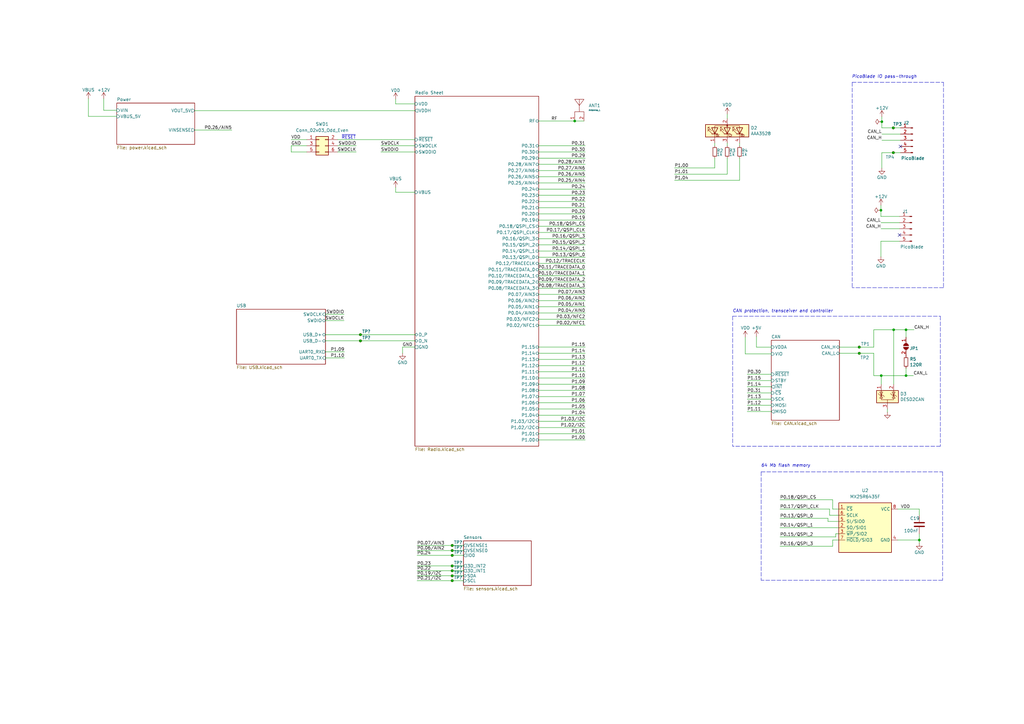
<source format=kicad_sch>
(kicad_sch (version 20211123) (generator eeschema)
  (paper "A3")
  (title_block (title "Spirit Logger") (date "2023-01-23") (rev "0") (company "Specialized Europe GmbH"))
  (lib_symbols
    (symbol "Connector:Conn_01x05_Male" (pin_names (offset 1.016) hide)
      (property "Reference" "J" (at 0 7.62 0))
      (property "Value" "Conn_01x05_Male" (at 0 -7.62 0))
      (symbol "Conn_01x05_Male_1_1"
        (polyline (pts (xy 1.27 -5.08) (xy 0.8636 -5.08)) (stroke (width 0.1524)))
        (polyline (pts (xy 1.27 -2.54) (xy 0.8636 -2.54)) (stroke (width 0.1524)))
        (polyline (pts (xy 1.27 0) (xy 0.8636 0)) (stroke (width 0.1524)))
        (polyline (pts (xy 1.27 2.54) (xy 0.8636 2.54)) (stroke (width 0.1524)))
        (polyline (pts (xy 1.27 5.08) (xy 0.8636 5.08)) (stroke (width 0.1524)))
        (rectangle (start 0.8636 -4.953) (end 0 -5.207) (stroke (width 0.1524)) (fill (type outline)))
        (rectangle (start 0.8636 -2.413) (end 0 -2.667) (stroke (width 0.1524)) (fill (type outline)))
        (rectangle (start 0.8636 0.127) (end 0 -0.127) (stroke (width 0.1524)) (fill (type outline)))
        (rectangle (start 0.8636 2.667) (end 0 2.413) (stroke (width 0.1524)) (fill (type outline)))
        (rectangle (start 0.8636 5.207) (end 0 4.953) (stroke (width 0.1524)) (fill (type outline)))
        (pin passive line (at 5.08 5.08 180) (length 3.81) (name "Pin_1") (number "1"))
        (pin passive line (at 5.08 2.54 180) (length 3.81) (name "Pin_2") (number "2"))
        (pin passive line (at 5.08 0 180) (length 3.81) (name "Pin_3") (number "3"))
        (pin passive line (at 5.08 -2.54 180) (length 3.81) (name "Pin_4") (number "4"))
        (pin passive line (at 5.08 -5.08 180) (length 3.81) (name "Pin_5") (number "5"))
      )
    )
    (symbol "Connector:TestPoint_Small" (pin_numbers hide) (pin_names (offset 0.762) hide)
      (property "Reference" "TP" (at 0 3.81 0))
      (property "Value" "TestPoint_Small" (at 0 2.032 0))
      (symbol "TestPoint_Small_0_1"
        (circle (center 0 0) (radius 0.508))
      )
      (symbol "TestPoint_Small_1_1"
        (pin passive line (at 0 0 90) (length 0) (name "1") (number "1"))
      )
    )
    (symbol "Connector_Generic:Conn_02x03_Odd_Even" (pin_names (offset 1.016) hide)
      (property "Reference" "J" (at 1.27 5.08 0))
      (property "Value" "Conn_02x03_Odd_Even" (at 1.27 -5.08 0))
      (symbol "Conn_02x03_Odd_Even_1_1"
        (rectangle (start -1.27 -2.413) (end 0 -2.667) (stroke (width 0.1524)))
        (rectangle (start -1.27 0.127) (end 0 -0.127) (stroke (width 0.1524)))
        (rectangle (start -1.27 2.667) (end 0 2.413) (stroke (width 0.1524)))
        (rectangle (start -1.27 3.81) (end 3.81 -3.81) (stroke (width 0.254)) (fill (type background)))
        (rectangle (start 3.81 -2.413) (end 2.54 -2.667) (stroke (width 0.1524)))
        (rectangle (start 3.81 0.127) (end 2.54 -0.127) (stroke (width 0.1524)))
        (rectangle (start 3.81 2.667) (end 2.54 2.413) (stroke (width 0.1524)))
        (pin passive line (at -5.08 2.54 0) (length 3.81) (name "Pin_1") (number "1"))
        (pin passive line (at 7.62 2.54 180) (length 3.81) (name "Pin_2") (number "2"))
        (pin passive line (at -5.08 0 0) (length 3.81) (name "Pin_3") (number "3"))
        (pin passive line (at 7.62 0 180) (length 3.81) (name "Pin_4") (number "4"))
        (pin passive line (at -5.08 -2.54 0) (length 3.81) (name "Pin_5") (number "5"))
        (pin passive line (at 7.62 -2.54 180) (length 3.81) (name "Pin_6") (number "6"))
      )
    )
    (symbol "Device:C" (pin_numbers hide) (pin_names (offset 0.254))
      (property "Reference" "C" (at 0.635 2.54 0))
      (property "Value" "C" (at 0.635 -2.54 0))
      (symbol "C_0_1"
        (polyline (pts (xy -2.032 -0.762) (xy 2.032 -0.762)) (stroke (width 0.508)))
        (polyline (pts (xy -2.032 0.762) (xy 2.032 0.762)) (stroke (width 0.508)))
      )
      (symbol "C_1_1"
        (pin passive line (at 0 3.81 270) (length 2.794) (name "~") (number "1"))
        (pin passive line (at 0 -3.81 90) (length 2.794) (name "~") (number "2"))
      )
    )
    (symbol "Device:R_Small" (pin_numbers hide) (pin_names (offset 0.254) hide)
      (property "Reference" "R" (at 0.762 0.508 0))
      (property "Value" "R_Small" (at 0.762 -1.016 0))
      (symbol "R_Small_0_1"
        (rectangle (start -0.762 1.778) (end 0.762 -1.778) (stroke (width 0.2032)))
      )
      (symbol "R_Small_1_1"
        (pin passive line (at 0 2.54 270) (length 0.762) (name "~") (number "1"))
        (pin passive line (at 0 -2.54 90) (length 0.762) (name "~") (number "2"))
      )
    )
    (symbol "Jumper:SolderJumper_2_Open" (pin_names (offset 0) hide)
      (property "Reference" "JP" (at 0 2.032 0))
      (property "Value" "SolderJumper_2_Open" (at 0 -2.54 0))
      (symbol "SolderJumper_2_Open_0_1"
        (arc (start -0.254 1.016) (mid -1.27 0) (end -0.254 -1.016))
        (arc (start -0.254 1.016) (mid -1.27 0) (end -0.254 -1.016) (fill (type outline)))
        (polyline (pts (xy -0.254 1.016) (xy -0.254 -1.016)))
        (polyline (pts (xy 0.254 1.016) (xy 0.254 -1.016)))
        (arc (start 0.254 -1.016) (mid 1.27 0) (end 0.254 1.016))
        (arc (start 0.254 -1.016) (mid 1.27 0) (end 0.254 1.016) (fill (type outline)))
      )
      (symbol "SolderJumper_2_Open_1_1"
        (pin passive line (at -3.81 0 0) (length 2.54) (name "A") (number "1"))
        (pin passive line (at 3.81 0 180) (length 2.54) (name "B") (number "2"))
      )
    )
    (symbol "LED:APFA3010" (pin_names (offset 0) hide)
      (property "Reference" "D" (at 0 10.16 0))
      (property "Value" "APFA3010" (at 0 -10.16 0))
      (symbol "APFA3010_0_0"
        (text "B" (at -1.905 -6.35 0) (effects (font (size 1.27 1.27))))
        (text "G" (at -1.905 -1.27 0) (effects (font (size 1.27 1.27))))
        (text "R" (at -1.905 3.81 0) (effects (font (size 1.27 1.27))))
      )
      (symbol "APFA3010_0_1"
        (rectangle (start -2.54 -8.89) (end 2.54 8.89) (stroke (width 0.254)) (fill (type background)))
        (polyline (pts (xy -2.54 -5.08) (xy 1.27 -5.08)))
        (polyline (pts (xy -1.27 -3.81) (xy -1.27 -6.35)) (stroke (width 0.254)))
        (polyline (pts (xy -1.27 1.27) (xy -1.27 -1.27)) (stroke (width 0.254)))
        (polyline (pts (xy -1.27 6.35) (xy -1.27 3.81)) (stroke (width 0.254)))
        (polyline (pts (xy 1.27 5.08) (xy -2.54 5.08)))
        (polyline (pts (xy 2.54 0) (xy -2.54 0)))
        (polyline (pts (xy 1.27 -5.08) (xy 2.032 -5.08) (xy 2.032 5.08) (xy 1.27 5.08)))
        (polyline (pts (xy 1.27 -3.81) (xy 1.27 -6.35) (xy -1.27 -5.08) (xy 1.27 -3.81)) (stroke (width 0.254)))
        (polyline (pts (xy 1.27 1.27) (xy 1.27 -1.27) (xy -1.27 0) (xy 1.27 1.27)) (stroke (width 0.254)))
        (polyline (pts (xy 1.27 6.35) (xy 1.27 3.81) (xy -1.27 5.08) (xy 1.27 6.35)) (stroke (width 0.254)))
        (polyline (pts (xy -1.016 -3.81) (xy 0.508 -2.286) (xy -0.254 -2.286) (xy 0.508 -2.286) (xy 0.508 -3.048)))
        (polyline (pts (xy -1.016 1.27) (xy 0.508 2.794) (xy -0.254 2.794) (xy 0.508 2.794) (xy 0.508 2.032)))
        (polyline (pts (xy -1.016 6.35) (xy 0.508 7.874) (xy -0.254 7.874) (xy 0.508 7.874) (xy 0.508 7.112)))
        (polyline (pts (xy 0 -3.81) (xy 1.524 -2.286) (xy 0.762 -2.286) (xy 1.524 -2.286) (xy 1.524 -3.048)))
        (polyline (pts (xy 0 1.27) (xy 1.524 2.794) (xy 0.762 2.794) (xy 1.524 2.794) (xy 1.524 2.032)))
        (polyline (pts (xy 0 6.35) (xy 1.524 7.874) (xy 0.762 7.874) (xy 1.524 7.874) (xy 1.524 7.112)))
        (rectangle (start 1.27 6.35) (end 1.27 6.35))
        (circle (center 2.032 0) (radius 0.254) (fill (type outline)))
      )
      (symbol "APFA3010_1_1"
        (pin input line (at -5.08 5.08 0) (length 2.54) (name "R") (number "1"))
        (pin power_in line (at 5.08 0 180) (length 2.54) (name "A") (number "2"))
        (pin input line (at -5.08 0 0) (length 2.54) (name "G") (number "3"))
        (pin input line (at -5.08 -5.08 0) (length 2.54) (name "B") (number "4"))
      )
    )
    (symbol "MCU_Nordic_Custom:Antenna_L"
      (property "Reference" "ANT" (at 4.445 -1.27 0))
      (property "Value" "Antenna_L" (at 0 7.62 0))
      (symbol "Antenna_L_0_1"
        (polyline (pts (xy 1.905 0) (xy 1.905 1.27) (xy -1.905 1.27) (xy -1.905 0) (xy -1.905 1.27) (xy 0 1.27) (xy 0 3.81) (xy -1.905 6.35) (xy 1.905 6.35) (xy 0 3.81) (xy 0 6.35)) (stroke (width 0.1524)))
      )
      (symbol "Antenna_L_1_1"
        (pin input line (at -1.905 -2.54 90) (length 2.54) (name "") (number "1"))
        (pin free line (at 1.905 -2.54 90) (length 2.54) (name "") (number "2"))
      )
    )
    (symbol "MCU_Nordic_Custom:MX25R6435F"
      (property "Reference" "U" (at -8.89 8.89 0))
      (property "Value" "MX25R6435F" (at 0 -11.43 0))
      (symbol "MX25R6435F_1_1"
        (rectangle (start -11.43 7.62) (end 10.16 -12.7) (stroke (width 0.254)) (fill (type background)))
        (pin input line (at -11.43 5.08 0) (length 2.54) (name "~{CS}") (number "1"))
        (pin bidirectional line (at -11.43 -2.54 0) (length 2.54) (name "SO/SIO1") (number "2"))
        (pin bidirectional line (at -11.43 -5.08 0) (length 2.54) (name "~{WP}/SIO2") (number "3"))
        (pin power_in line (at 12.7 -7.62 180) (length 2.54) (name "GND") (number "4"))
        (pin bidirectional line (at -11.43 0 0) (length 2.54) (name "SI/SIO0") (number "5"))
        (pin input line (at -11.43 2.54 0) (length 2.54) (name "SCLK") (number "6"))
        (pin bidirectional line (at -11.43 -7.62 0) (length 2.54) (name "~{HOLD}/SIO3") (number "7"))
        (pin power_in line (at 12.7 5.08 180) (length 2.54) (name "VCC") (number "8"))
      )
    )
    (symbol "Power_Protection:NUP2105L" (pin_names hide)
      (property "Reference" "D" (at 5.715 2.54 0))
      (property "Value" "NUP2105L" (at 5.715 0.635 0))
      (symbol "NUP2105L_0_0"
        (pin passive line (at 0 -5.08 90) (length 2.54) (name "A") (number "3"))
      )
      (symbol "NUP2105L_0_1"
        (rectangle (start -4.445 2.54) (end 4.445 -2.54) (stroke (width 0.254)) (fill (type background)))
        (polyline (pts (xy -2.54 2.54) (xy -2.54 0.635)))
        (polyline (pts (xy 0 -1.27) (xy 0 -2.54)))
        (polyline (pts (xy 2.54 2.54) (xy 2.54 0.635)))
        (polyline (pts (xy -3.81 1.27) (xy -3.175 0.635) (xy -1.905 0.635) (xy -1.27 0)))
        (polyline (pts (xy -2.54 0.635) (xy -2.54 -1.27) (xy 2.54 -1.27) (xy 2.54 0.635)))
        (polyline (pts (xy -2.54 0.635) (xy -1.905 -0.635) (xy -3.175 -0.635) (xy -2.54 0.635)))
        (polyline (pts (xy 2.54 0.635) (xy 1.905 -0.635) (xy 3.175 -0.635) (xy 2.54 0.635)))
        (polyline (pts (xy 2.54 0.635) (xy 3.175 1.905) (xy 1.905 1.905) (xy 2.54 0.635)))
        (polyline (pts (xy -2.54 0.635) (xy -3.175 1.905) (xy -1.905 1.905) (xy -2.54 0.635) (xy -2.54 1.27)))
        (polyline (pts (xy 1.27 1.27) (xy 1.905 0.635) (xy 2.54 0.635) (xy 3.175 0.635) (xy 3.81 0)))
      )
      (symbol "NUP2105L_1_1"
        (pin passive line (at -2.54 5.08 270) (length 2.54) (name "K") (number "1"))
        (pin passive line (at 2.54 5.08 270) (length 2.54) (name "K") (number "2"))
      )
    )
    (symbol "VDD_1" (power) (pin_names (offset 0))
      (property "Value" "VDD_1" (at 0 3.81 0))
      (symbol "VDD_1_0_1"
        (polyline (pts (xy -0.762 1.27) (xy 0 2.54)))
        (polyline (pts (xy 0 0) (xy 0 2.54)))
        (polyline (pts (xy 0 2.54) (xy 0.762 1.27)))
      )
      (symbol "VDD_1_1_1"
        (pin power_in line (at 0 0 90) (length 0) hide (name "VDD") (number "1"))
      )
    )
    (symbol "power:+12V" (power) (pin_names (offset 0))
      (property "Value" "+12V" (at 0 3.556 0))
      (symbol "+12V_0_1"
        (polyline (pts (xy -0.762 1.27) (xy 0 2.54)))
        (polyline (pts (xy 0 0) (xy 0 2.54)))
        (polyline (pts (xy 0 2.54) (xy 0.762 1.27)))
      )
      (symbol "+12V_1_1"
        (pin power_in line (at 0 0 90) (length 0) hide (name "+12V") (number "1"))
      )
    )
    (symbol "power:+5V" (power) (pin_names (offset 0))
      (property "Value" "+5V" (at 0 3.556 0))
      (symbol "+5V_0_1"
        (polyline (pts (xy -0.762 1.27) (xy 0 2.54)))
        (polyline (pts (xy 0 0) (xy 0 2.54)))
        (polyline (pts (xy 0 2.54) (xy 0.762 1.27)))
      )
      (symbol "+5V_1_1"
        (pin power_in line (at 0 0 90) (length 0) hide (name "+5V") (number "1"))
      )
    )
    (symbol "power:GND" (power) (pin_names (offset 0))
      (property "Value" "GND" (at 0 -3.81 0))
      (symbol "GND_0_1"
        (polyline (pts (xy 0 0) (xy 0 -1.27) (xy 1.27 -1.27) (xy 0 -2.54) (xy -1.27 -1.27) (xy 0 -1.27)))
      )
      (symbol "GND_1_1"
        (pin power_in line (at 0 0 270) (length 0) hide (name "GND") (number "1"))
      )
    )
    (symbol "power:PWR_FLAG" (power) (pin_numbers hide) (pin_names (offset 0) hide)
      (property "Value" "PWR_FLAG" (at 0 3.81 0))
      (symbol "PWR_FLAG_0_0"
        (pin power_out line (at 0 0 90) (length 0) (name "pwr") (number "1"))
      )
      (symbol "PWR_FLAG_0_1"
        (polyline (pts (xy 0 0) (xy 0 1.27) (xy -1.016 1.905) (xy 0 2.54) (xy 1.016 1.905) (xy 0 1.27)))
      )
    )
    (symbol "power:VBUS" (power) (pin_names (offset 0))
      (property "Value" "VBUS" (at 0 3.81 0))
      (symbol "VBUS_0_1"
        (polyline (pts (xy -0.762 1.27) (xy 0 2.54)))
        (polyline (pts (xy 0 0) (xy 0 2.54)))
        (polyline (pts (xy 0 2.54) (xy 0.762 1.27)))
      )
      (symbol "VBUS_1_1"
        (pin power_in line (at 0 0 90) (length 0) hide (name "VBUS") (number "1"))
      )
    )
    (symbol "power:VDD" (power) (pin_names (offset 0))
      (property "Value" "VDD" (at 0 3.81 0))
      (symbol "VDD_0_1"
        (polyline (pts (xy -0.762 1.27) (xy 0 2.54)))
        (polyline (pts (xy 0 0) (xy 0 2.54)))
        (polyline (pts (xy 0 2.54) (xy 0.762 1.27)))
      )
      (symbol "VDD_1_1"
        (pin power_in line (at 0 0 90) (length 0) hide (name "VDD") (number "1"))
      )
    )
  )
  (junction (at 147.828 139.8016))
  (junction (at 366.522 135.255))
  (junction (at 361.696 49.911))
  (junction (at 361.442 154.051))
  (junction (at 352.425 142.367))
  (junction (at 185.4708 234.0864))
  (junction (at 366.395 62.611))
  (junction (at 185.4708 236.1692))
  (junction (at 185.4708 225.806))
  (junction (at 235.712 49.6316))
  (junction (at 361.315 86.233))
  (junction (at 185.4708 223.7232))
  (junction (at 371.602 135.255))
  (junction (at 352.425 144.907))
  (junction (at 147.828 137.2616))
  (junction (at 185.4708 238.1504))
  (junction (at 371.602 154.051))
  (junction (at 185.4708 232.1052))
  (junction (at 366.395 52.451))
  (junction (at 377.063 221.488))
  (junction (at 185.4708 227.7872))
  (no_connect (at 368.935 96.393))
  (no_connect (at 369.316 60.071))
  (wire (pts (xy 316.357 156.083) (xy 306.451 156.083)))
  (wire (pts (xy 220.98 95.3516) (xy 240.03 95.3516)))
  (polyline (pts (xy 385.699 183.007) (xy 300.482 183.007)))
  (wire (pts (xy 165.1 142.3416) (xy 165.1 144.8816)))
  (wire (pts (xy 147.828 137.2616) (xy 170.18 137.2616)))
  (wire (pts (xy 358.394 144.907) (xy 358.394 154.051)))
  (wire (pts (xy 361.315 86.233) (xy 361.315 88.773)))
  (wire (pts (xy 185.4708 234.0864) (xy 171.0436 234.0864)))
  (polyline (pts (xy 312.166 193.548) (xy 312.166 237.998)))
  (wire (pts (xy 310.261 138.049) (xy 310.261 142.367)))
  (wire (pts (xy 156.21 62.3316) (xy 170.18 62.3316)))
  (wire (pts (xy 133.5024 128.9304) (xy 141.1224 128.9304)))
  (wire (pts (xy 316.357 158.623) (xy 306.451 158.623)))
  (wire (pts (xy 220.98 157.5816) (xy 240.03 157.5816)))
  (wire (pts (xy 162.2552 76.8604) (xy 162.2552 78.8416)))
  (wire (pts (xy 133.5024 139.8016) (xy 147.828 139.8016)))
  (polyline (pts (xy 386.588 237.998) (xy 312.166 237.998)))
  (wire (pts (xy 190.0936 236.1692) (xy 185.4708 236.1692)))
  (wire (pts (xy 220.98 142.3416) (xy 240.03 142.3416)))
  (wire (pts (xy 220.98 147.4216) (xy 240.03 147.4216)))
  (wire (pts (xy 220.98 170.2816) (xy 240.03 170.2816)))
  (wire (pts (xy 293.1668 59.7408) (xy 293.1668 58.7248)))
  (wire (pts (xy 220.98 77.5716) (xy 240.03 77.5716)))
  (wire (pts (xy 369.316 62.611) (xy 366.395 62.611)))
  (wire (pts (xy 342.773 218.948) (xy 342.773 220.218)))
  (wire (pts (xy 340.233 211.328) (xy 344.043 211.328)))
  (polyline (pts (xy 386.969 33.782) (xy 386.969 117.983)))
  (wire (pts (xy 125.7808 62.3316) (xy 119.4308 62.3316)))
  (wire (pts (xy 220.98 108.0516) (xy 240.03 108.0516)))
  (wire (pts (xy 339.598 212.598) (xy 339.598 213.868)))
  (wire (pts (xy 220.98 120.7516) (xy 240.03 120.7516)))
  (wire (pts (xy 366.395 52.451) (xy 361.696 52.451)))
  (wire (pts (xy 358.394 154.051) (xy 361.442 154.051)))
  (wire (pts (xy 344.043 218.948) (xy 342.773 218.948)))
  (wire (pts (xy 220.98 85.1916) (xy 240.03 85.1916)))
  (wire (pts (xy 377.063 208.788) (xy 368.173 208.788)))
  (wire (pts (xy 377.063 221.488) (xy 368.173 221.488)))
  (wire (pts (xy 220.98 180.4416) (xy 240.03 180.4416)))
  (wire (pts (xy 79.8576 45.3644) (xy 170.18 45.3644)))
  (wire (pts (xy 220.98 160.1216) (xy 240.03 160.1216)))
  (wire (pts (xy 138.4808 62.3316) (xy 146.1008 62.3316)))
  (wire (pts (xy 220.98 80.1116) (xy 240.03 80.1116)))
  (wire (pts (xy 171.0436 223.7232) (xy 185.4708 223.7232)))
  (wire (pts (xy 316.357 161.163) (xy 306.451 161.163)))
  (wire (pts (xy 185.4708 225.806) (xy 171.0436 225.806)))
  (polyline (pts (xy 300.482 129.667) (xy 385.699 129.667)))
  (wire (pts (xy 319.913 204.978) (xy 341.503 204.978)))
  (wire (pts (xy 276.6568 73.9648) (xy 303.3268 73.9648)))
  (wire (pts (xy 190.0936 227.7872) (xy 185.4708 227.7872)))
  (wire (pts (xy 220.98 97.8916) (xy 240.03 97.8916)))
  (wire (pts (xy 220.98 113.1316) (xy 240.03 113.1316)))
  (wire (pts (xy 162.2552 78.8416) (xy 170.18 78.8416)))
  (wire (pts (xy 220.98 133.4516) (xy 240.03 133.4516)))
  (wire (pts (xy 235.712 49.6316) (xy 239.522 49.6316)))
  (wire (pts (xy 220.98 102.9716) (xy 240.03 102.9716)))
  (wire (pts (xy 165.1 142.3416) (xy 170.18 142.3416)))
  (wire (pts (xy 138.4808 57.2516) (xy 170.18 57.2516)))
  (wire (pts (xy 190.0936 238.1504) (xy 185.4708 238.1504)))
  (wire (pts (xy 361.315 98.933) (xy 368.935 98.933)))
  (wire (pts (xy 344.297 142.367) (xy 352.425 142.367)))
  (wire (pts (xy 133.5024 131.4704) (xy 141.1224 131.4704)))
  (polyline (pts (xy 349.504 33.782) (xy 349.504 117.983)))
  (wire (pts (xy 220.98 87.7316) (xy 240.03 87.7316)))
  (wire (pts (xy 339.598 213.868) (xy 344.043 213.868)))
  (wire (pts (xy 319.913 208.788) (xy 340.233 208.788)))
  (wire (pts (xy 42.5196 45.2628) (xy 47.9044 45.2628)))
  (polyline (pts (xy 385.699 129.667) (xy 385.699 183.007)))
  (wire (pts (xy 220.98 130.9116) (xy 240.03 130.9116)))
  (wire (pts (xy 220.98 100.4316) (xy 240.03 100.4316)))
  (wire (pts (xy 220.98 165.2016) (xy 240.03 165.2016)))
  (wire (pts (xy 119.4308 59.7916) (xy 125.7808 59.7916)))
  (wire (pts (xy 369.316 52.451) (xy 366.395 52.451)))
  (polyline (pts (xy 349.504 33.782) (xy 386.969 33.782)))
  (wire (pts (xy 298.2468 59.7408) (xy 298.2468 58.7248)))
  (wire (pts (xy 220.98 177.9016) (xy 240.03 177.9016)))
  (wire (pts (xy 220.98 49.6316) (xy 235.712 49.6316)))
  (wire (pts (xy 220.98 123.2916) (xy 240.03 123.2916)))
  (wire (pts (xy 220.98 62.3316) (xy 240.03 62.3316)))
  (wire (pts (xy 358.394 142.367) (xy 358.394 135.255)))
  (wire (pts (xy 366.522 135.255) (xy 371.602 135.255)))
  (wire (pts (xy 352.425 144.907) (xy 358.394 144.907)))
  (wire (pts (xy 220.98 59.7916) (xy 240.03 59.7916)))
  (wire (pts (xy 303.3268 59.7408) (xy 303.3268 58.7248)))
  (wire (pts (xy 358.394 135.255) (xy 366.522 135.255)))
  (wire (pts (xy 133.5024 144.3228) (xy 141.2748 144.3228)))
  (wire (pts (xy 341.503 204.978) (xy 341.503 208.788)))
  (wire (pts (xy 316.357 166.243) (xy 306.451 166.243)))
  (wire (pts (xy 220.98 115.6716) (xy 240.03 115.6716)))
  (polyline (pts (xy 312.166 193.548) (xy 386.588 193.548)))
  (wire (pts (xy 220.98 155.0416) (xy 240.03 155.0416)))
  (wire (pts (xy 220.98 72.4916) (xy 240.03 72.4916)))
  (wire (pts (xy 162.2552 40.64) (xy 162.2552 42.6212)))
  (wire (pts (xy 220.98 110.5916) (xy 240.03 110.5916)))
  (wire (pts (xy 220.98 162.6616) (xy 240.03 162.6616)))
  (wire (pts (xy 369.316 57.531) (xy 361.696 57.531)))
  (wire (pts (xy 220.98 152.5016) (xy 240.03 152.5016)))
  (wire (pts (xy 368.935 91.313) (xy 361.315 91.313)))
  (wire (pts (xy 185.4708 236.1692) (xy 171.0436 236.1692)))
  (wire (pts (xy 361.696 49.911) (xy 361.696 52.451)))
  (wire (pts (xy 371.602 151.003) (xy 371.602 154.051)))
  (wire (pts (xy 162.2552 42.6212) (xy 170.18 42.6212)))
  (wire (pts (xy 36.2712 47.752) (xy 36.2712 40.4368)))
  (wire (pts (xy 361.315 98.933) (xy 361.315 105.283)))
  (wire (pts (xy 293.1668 68.8848) (xy 293.1668 64.8208)))
  (wire (pts (xy 371.602 135.255) (xy 374.904 135.255)))
  (wire (pts (xy 298.2468 46.7868) (xy 298.2468 48.5648)))
  (wire (pts (xy 319.913 224.028) (xy 341.503 224.028)))
  (wire (pts (xy 220.98 175.3616) (xy 240.03 175.3616)))
  (wire (pts (xy 366.522 157.607) (xy 366.522 135.255)))
  (wire (pts (xy 220.98 82.6516) (xy 240.03 82.6516)))
  (wire (pts (xy 377.063 221.488) (xy 377.063 222.758)))
  (wire (pts (xy 361.696 47.879) (xy 361.696 49.911)))
  (polyline (pts (xy 386.969 117.983) (xy 349.504 117.983)))
  (wire (pts (xy 377.063 211.328) (xy 377.063 208.788)))
  (wire (pts (xy 377.063 218.948) (xy 377.063 221.488)))
  (wire (pts (xy 319.913 216.408) (xy 344.043 216.408)))
  (wire (pts (xy 220.98 92.8116) (xy 240.03 92.8116)))
  (wire (pts (xy 368.935 93.853) (xy 361.315 93.853)))
  (wire (pts (xy 190.0936 225.806) (xy 185.4708 225.806)))
  (wire (pts (xy 352.425 142.367) (xy 358.394 142.367)))
  (wire (pts (xy 220.98 172.8216) (xy 240.03 172.8216)))
  (wire (pts (xy 361.315 84.201) (xy 361.315 86.233)))
  (wire (pts (xy 371.602 138.303) (xy 371.602 135.255)))
  (wire (pts (xy 156.21 59.7916) (xy 170.18 59.7916)))
  (wire (pts (xy 119.4308 59.7916) (xy 119.4308 62.3316)))
  (wire (pts (xy 363.982 169.037) (xy 363.982 167.767)))
  (wire (pts (xy 147.828 139.8016) (xy 170.18 139.8016)))
  (wire (pts (xy 310.261 142.367) (xy 316.357 142.367)))
  (wire (pts (xy 276.6568 71.4248) (xy 298.2468 71.4248)))
  (wire (pts (xy 220.98 144.8816) (xy 240.03 144.8816)))
  (wire (pts (xy 361.442 157.607) (xy 361.442 154.051)))
  (wire (pts (xy 361.442 154.051) (xy 371.602 154.051)))
  (wire (pts (xy 298.2468 71.4248) (xy 298.2468 64.8208)))
  (wire (pts (xy 371.602 154.051) (xy 374.65 154.051)))
  (wire (pts (xy 47.9044 47.752) (xy 36.2712 47.752)))
  (wire (pts (xy 220.98 67.4116) (xy 240.03 67.4116)))
  (wire (pts (xy 316.357 153.543) (xy 306.451 153.543)))
  (wire (pts (xy 185.4708 227.7872) (xy 171.0436 227.7872)))
  (wire (pts (xy 79.8576 53.34) (xy 95.0976 53.34)))
  (wire (pts (xy 220.98 149.9616) (xy 240.03 149.9616)))
  (wire (pts (xy 220.98 125.8316) (xy 240.03 125.8316)))
  (wire (pts (xy 344.043 221.488) (xy 341.503 221.488)))
  (wire (pts (xy 220.98 118.2116) (xy 240.03 118.2116)))
  (wire (pts (xy 190.0936 232.1052) (xy 185.4708 232.1052)))
  (polyline (pts (xy 386.588 193.548) (xy 386.588 237.998)))
  (wire (pts (xy 185.4708 238.1504) (xy 171.0436 238.1504)))
  (wire (pts (xy 190.0936 234.0864) (xy 185.4708 234.0864)))
  (wire (pts (xy 341.503 221.488) (xy 341.503 224.028)))
  (wire (pts (xy 185.4708 232.1052) (xy 171.0436 232.1052)))
  (wire (pts (xy 340.233 208.788) (xy 340.233 211.328)))
  (wire (pts (xy 138.4808 59.7916) (xy 146.1008 59.7916)))
  (wire (pts (xy 42.5196 40.4876) (xy 42.5196 45.2628)))
  (wire (pts (xy 344.297 144.907) (xy 352.425 144.907)))
  (wire (pts (xy 316.357 163.703) (xy 306.451 163.703)))
  (wire (pts (xy 133.5024 146.812) (xy 141.2748 146.812)))
  (wire (pts (xy 185.4708 223.7232) (xy 190.0936 223.7232)))
  (wire (pts (xy 341.503 208.788) (xy 344.043 208.788)))
  (wire (pts (xy 361.696 62.611) (xy 361.696 68.961)))
  (wire (pts (xy 220.98 167.7416) (xy 240.03 167.7416)))
  (wire (pts (xy 305.689 138.303) (xy 305.689 145.161)))
  (polyline (pts (xy 300.482 129.667) (xy 300.482 183.007)))
  (wire (pts (xy 220.98 69.9516) (xy 240.03 69.9516)))
  (wire (pts (xy 305.689 145.161) (xy 316.357 145.161)))
  (wire (pts (xy 316.357 168.783) (xy 306.451 168.783)))
  (wire (pts (xy 276.6568 68.8848) (xy 293.1668 68.8848)))
  (wire (pts (xy 220.98 128.3716) (xy 240.03 128.3716)))
  (wire (pts (xy 369.316 54.991) (xy 361.696 54.991)))
  (wire (pts (xy 319.913 220.218) (xy 342.773 220.218)))
  (wire (pts (xy 319.913 212.598) (xy 339.598 212.598)))
  (wire (pts (xy 366.395 62.611) (xy 361.696 62.611)))
  (wire (pts (xy 361.315 88.773) (xy 368.935 88.773)))
  (wire (pts (xy 133.5024 137.2616) (xy 147.828 137.2616)))
  (wire (pts (xy 119.4308 57.2516) (xy 125.7808 57.2516)))
  (wire (pts (xy 303.3268 64.8208) (xy 303.3268 73.9648)))
  (wire (pts (xy 220.98 90.2716) (xy 240.03 90.2716)))
  (wire (pts (xy 220.98 105.5116) (xy 240.03 105.5116)))
  (wire (pts (xy 220.98 64.8716) (xy 240.03 64.8716)))
  (wire (pts (xy 220.98 75.0316) (xy 240.03 75.0316)))
  (text "CAN protection, transceiver and controller" (at 300.482 128.397 0) (effects (font (size 1.27 1.27) italic) (justify left bottom)))
  (text "PicoBlade IO pass-through" (at 349.377 32.258 0) (effects (font (size 1.27 1.27) italic) (justify left bottom)))
  (text "64 Mb flash memory" (at 312.166 191.77 0) (effects (font (size 1.27 1.27) italic) (justify left bottom)))
  (text "~{RESET}" (at 140.0556 57.2008 0) (effects (font (size 1.27 1.27)) (justify left bottom)))
  (label "RF" (at 226.06 49.6316 0))
  (label "P1.06" (at 240.03 165.2016 180))
  (label "P1.13" (at 306.451 163.703 0))
  (label "P0.22" (at 240.03 82.6516 180))
  (label "P1.00" (at 276.6568 68.8848 0))
  (label "P0.14{slash}QSPI_1" (at 240.03 102.9716 180))
  (label "P1.03{slash}I2C" (at 240.03 172.8216 180))
  (label "P0.31" (at 306.451 161.163 0))
  (label "P1.05" (at 240.03 167.7416 180))
  (label "P0.11{slash}TRACEDATA_0" (at 240.03 110.5916 180))
  (label "VDD" (at 119.4308 57.2516 0))
  (label "P0.25{slash}AIN4" (at 240.03 75.0316 180))
  (label "P1.14" (at 306.451 158.623 0))
  (label "P1.01" (at 240.03 177.9016 180))
  (label "P0.09{slash}TRACEDATA_2" (at 240.03 115.6716 180))
  (label "P1.07" (at 240.03 162.6616 180))
  (label "P0.19" (at 240.03 90.2716 180))
  (label "P0.26{slash}AIN5" (at 240.03 72.4916 180))
  (label "P0.18{slash}QSPI_CS" (at 240.03 92.8116 180))
  (label "P1.12" (at 240.03 149.9616 180))
  (label "P0.23" (at 240.03 80.1116 180))
  (label "P0.20" (at 240.03 87.7316 180))
  (label "P0.15{slash}QSPI_2" (at 240.03 100.4316 180))
  (label "P0.30" (at 306.451 153.543 0))
  (label "P0.17{slash}QSPI_CLK" (at 319.913 208.788 0))
  (label "SWDCLK" (at 146.1008 62.3316 180))
  (label "P1.11" (at 306.451 168.783 0))
  (label "P1.10" (at 141.2748 146.812 180))
  (label "P0.19{slash}I2C" (at 171.0436 236.1692 0))
  (label "P0.16{slash}QSPI_3" (at 319.913 224.028 0))
  (label "P1.10" (at 240.03 155.0416 180))
  (label "P0.29" (at 240.03 64.8716 180))
  (label "P0.22" (at 171.0436 234.0864 0))
  (label "P0.03{slash}NFC2" (at 240.03 130.9116 180))
  (label "P0.24" (at 240.03 77.5716 180))
  (label "P1.12" (at 306.451 166.243 0))
  (label "P1.14" (at 240.03 144.8816 180))
  (label "P0.26{slash}AIN5" (at 95.0976 53.34 180))
  (label "P0.30" (at 240.03 62.3316 180))
  (label "P0.14{slash}QSPI_1" (at 319.913 216.408 0))
  (label "P0.04{slash}AIN0" (at 240.03 128.3716 180))
  (label "P0.17{slash}QSPI_CLK" (at 240.03 95.3516 180))
  (label "P0.06{slash}AIN2" (at 240.03 123.2916 180))
  (label "P1.11" (at 240.03 152.5016 180))
  (label "P1.04" (at 276.6568 73.9648 0))
  (label "P1.00" (at 240.03 180.4416 180))
  (label "P0.21" (at 240.03 85.1916 180))
  (label "CAN_L" (at 361.315 91.313 180))
  (label "P0.24" (at 171.0436 227.7872 0))
  (label "SWDCLK" (at 141.1224 131.4704 180))
  (label "P0.08{slash}TRACEDATA_3" (at 240.03 118.2116 180))
  (label "GND" (at 119.4308 59.7916 0))
  (label "SWDCLK" (at 156.21 59.7916 0))
  (label "P1.01" (at 276.6568 71.4248 0))
  (label "P1.09" (at 240.03 157.5816 180))
  (label "SWDDIO" (at 146.1008 59.7916 180))
  (label "P0.05{slash}AIN1" (at 240.03 125.8316 180))
  (label "P1.08" (at 240.03 160.1216 180))
  (label "P0.23" (at 171.0436 232.1052 0))
  (label "P0.02{slash}NFC1" (at 240.03 133.4516 180))
  (label "P0.13{slash}QSPI_0" (at 319.913 212.598 0))
  (label "P0.15{slash}QSPI_2" (at 319.913 220.218 0))
  (label "P0.13{slash}QSPI_0" (at 240.03 105.5116 180))
  (label "P0.06{slash}AIN2" (at 171.0436 225.806 0))
  (label "P0.28{slash}AIN7" (at 240.03 67.4116 180))
  (label "P1.02{slash}I2C" (at 240.03 175.3616 180))
  (label "VDD" (at 373.253 208.788 180))
  (label "P0.07{slash}AIN3" (at 240.03 120.7516 180))
  (label "P1.04" (at 240.03 170.2816 180))
  (label "SWDDIO" (at 156.21 62.3316 0))
  (label "CAN_L" (at 374.65 154.051 0))
  (label "P0.18{slash}QSPI_CS" (at 319.913 204.978 0))
  (label "CAN_H" (at 361.696 57.531 180))
  (label "CAN_L" (at 361.696 54.991 180))
  (label "P0.16{slash}QSPI_3" (at 240.03 97.8916 180))
  (label "P1.13" (at 240.03 147.4216 180))
  (label "P0.10{slash}TRACEDATA_1" (at 240.03 113.1316 180))
  (label "P1.09" (at 141.2748 144.3228 180))
  (label "CAN_H" (at 374.904 135.255 0))
  (label "CAN_H" (at 361.315 93.853 180))
  (label "P0.12{slash}TRACECLK" (at 240.03 108.0516 180))
  (label "P0.07{slash}AIN3" (at 171.0436 223.7232 0))
  (label "P0.31" (at 240.03 59.7916 180))
  (label "P0.27{slash}AIN6" (at 240.03 69.9516 180))
  (label "P1.15" (at 306.451 156.083 0))
  (label "GND" (at 165.1 142.3416 0))
  (label "P0.21{slash}I2C" (at 171.0436 238.1504 0))
  (label "SWDDIO" (at 141.1224 128.9304 180))
  (label "P1.15" (at 240.03 142.3416 180))
  (symbol (lib_id "Connector:TestPoint_Small") (at 185.4708 223.7232 0) (unit 1)
    (property "Reference" "TP?" (at 186.1058 222.4532 0) (effects (justify left)))
    (property "Value" "TestPoint" (effects hide))
    (property "Footprint" "tunaf1sh/misc.pretty:TestPoint_Pad_D1.0mm_Tight" (effects hide))
    (property "Config" "nofit" (effects hide))
  )
  (symbol (lib_id "power:+12V") (at 361.315 84.201 0) (unit 1)
    (property "Reference" "#PWR0112" (effects hide))
    (property "Value" "+12V" (at 361.315 80.6252 0))
  )
  (symbol (lib_id "Connector:Conn_01x05_Male") (at 374.015 93.853 0) (mirror y) (unit 1)
    (property "Reference" "J1" (at 371.2718 86.7156 0))
    (property "Value" "PicoBlade" (at 374.015 101.219 0))
    (property "Footprint" "Connector_Molex.pretty:Molex_PicoBlade_53261-0571_1x05-1MP_P1.25mm_Horizontal" (effects hide))
    (property "MFN" "Molex" (effects hide))
    (property "MPN" "53261-0571" (effects hide))
    (property "Vendor" "Digikey" (effects hide))
    (property "SKU" "WM7623CT-ND" (effects hide))
  )
  (symbol (lib_id "Connector:TestPoint_Small") (at 366.395 62.611 180) (unit 1)
    (property "Reference" "TP4" (at 366.8776 64.4652 0) (effects (justify left)))
    (property "Value" "TestPoint" (effects hide))
    (property "Footprint" "tunaf1sh/misc.pretty:TestPoint_Pad_D1.0mm_Tight" (effects hide))
    (property "Config" "nofit" (effects hide))
  )
  (symbol (lib_id "Device:R_Small") (at 293.1668 62.2808 0) (unit 1)
    (property "Reference" "R2" (at 293.9288 61.7728 0) (effects (justify left)))
    (property "Value" "1k" (at 293.9288 63.2968 0) (effects (justify left)))
    (property "Footprint" "Resistor_SMD.pretty:R_0402_1005Metric" (effects hide))
    (property "Characteristics" "5%" (effects hide))
  )
  (symbol (lib_id "Connector:TestPoint_Small") (at 185.4708 234.0864 0) (unit 1)
    (property "Reference" "TP?" (at 186.1058 232.8164 0) (effects (justify left)))
    (property "Value" "TestPoint" (effects hide))
    (property "Footprint" "tunaf1sh/misc.pretty:TestPoint_Pad_D1.0mm_Tight" (effects hide))
    (property "Config" "nofit" (effects hide))
  )
  (symbol (lib_id "Connector:Conn_01x05_Male") (at 374.396 57.531 0) (mirror y) (unit 1)
    (property "Reference" "J2" (at 371.6528 50.3936 0))
    (property "Value" "PicoBlade" (at 374.396 64.897 0))
    (property "Footprint" "Connector_Molex.pretty:Molex_PicoBlade_53261-0571_1x05-1MP_P1.25mm_Horizontal" (effects hide))
    (property "MFN" "Molex" (effects hide))
    (property "MPN" "53261-0571" (effects hide))
    (property "Vendor" "Digikey" (effects hide))
    (property "SKU" "WM7623CT-ND" (effects hide))
  )
  (symbol (lib_id "Connector:TestPoint_Small") (at 147.828 139.8016 0) (unit 1)
    (property "Reference" "TP?" (at 148.463 138.5316 0) (effects (justify left)))
    (property "Value" "TestPoint" (effects hide))
    (property "Footprint" "tunaf1sh/misc.pretty:TestPoint_Pad_D1.0mm_Tight" (effects hide))
    (property "Config" "nofit" (effects hide))
  )
  (symbol (lib_id "power:PWR_FLAG") (at 361.315 86.233 90) (unit 1)
    (property "Reference" "#FLG0102" (effects hide))
    (property "Value" "PWR_FLAG" (effects hide))
  )
  (symbol (lib_id "power:+5V") (at 310.261 138.049 0) (unit 1)
    (property "Reference" "#PWR0109" (effects hide))
    (property "Value" "+5V" (at 310.261 134.4732 0))
  )
  (symbol (lib_id "Device:C") (at 377.063 215.138 0) (unit 1)
    (property "Reference" "C19" (at 373.253 212.598 0) (effects (justify left)))
    (property "Value" "100nF" (at 370.713 217.678 0) (effects (justify left)))
    (property "Footprint" "MCU_Nordic_Accessory:C_0201" (effects hide))
  )
  (symbol (lib_name "VDD_1") (lib_id "power:VDD") (at 162.2552 40.64 0) (unit 1)
    (property "Reference" "#PWR0119" (effects hide))
    (property "Value" "VDD" (at 162.2552 37.0642 0))
  )
  (symbol (lib_id "power:GND") (at 165.1 144.8816 0) (unit 1)
    (property "Reference" "#PWR0107" (effects hide))
    (property "Value" "GND" (at 165.1 148.6916 0))
  )
  (symbol (lib_id "Connector:TestPoint_Small") (at 352.425 142.367 0) (unit 1)
    (property "Reference" "TP1" (at 353.06 141.097 0) (effects (justify left)))
    (property "Value" "TestPoint" (effects hide))
    (property "Footprint" "tunaf1sh/misc.pretty:TestPoint_Pad_D1.0mm_Tight" (effects hide))
    (property "Config" "nofit" (effects hide))
  )
  (symbol (lib_id "Connector:TestPoint_Small") (at 185.4708 227.7872 0) (unit 1)
    (property "Reference" "TP?" (at 186.1058 226.5172 0) (effects (justify left)))
    (property "Value" "TestPoint" (effects hide))
    (property "Footprint" "tunaf1sh/misc.pretty:TestPoint_Pad_D1.0mm_Tight" (effects hide))
    (property "Config" "nofit" (effects hide))
  )
  (symbol (lib_id "power:GND") (at 377.063 222.758 0) (unit 1)
    (property "Reference" "#PWR0113" (effects hide))
    (property "Value" "GND" (at 377.063 226.568 0))
  )
  (symbol (lib_id "Jumper:SolderJumper_2_Open") (at 371.602 142.113 90) (mirror x) (unit 1)
    (property "Reference" "JP1" (at 374.904 142.875 90))
    (property "Value" "TERM" (effects hide))
    (property "Footprint" "Jumper.pretty:SolderJumper-2_P1.3mm_Open_RoundedPad1.0x1.5mm" (effects hide))
    (property "Config" "nofit" (effects hide))
  )
  (symbol (lib_id "Connector:TestPoint_Small") (at 185.4708 225.806 0) (unit 1)
    (property "Reference" "TP?" (at 186.1058 224.536 0) (effects (justify left)))
    (property "Value" "TestPoint" (effects hide))
    (property "Footprint" "tunaf1sh/misc.pretty:TestPoint_Pad_D1.0mm_Tight" (effects hide))
    (property "Config" "nofit" (effects hide))
  )
  (symbol (lib_id "power:+12V") (at 361.696 47.879 0) (unit 1)
    (property "Reference" "#PWR0114" (effects hide))
    (property "Value" "+12V" (at 361.696 44.3032 0))
  )
  (symbol (lib_id "power:GND") (at 363.982 169.037 0) (unit 1)
    (property "Reference" "#PWR0108" (effects hide))
    (property "Value" "GND" (effects hide))
  )
  (symbol (lib_id "power:+12V") (at 42.5196 40.4876 0) (unit 1)
    (property "Reference" "#PWR0118" (effects hide))
    (property "Value" "+12V" (at 42.5196 36.9118 0))
  )
  (symbol (lib_id "MCU_Nordic_Custom:MX25R6435F") (at 355.473 213.868 0) (unit 1)
    (property "Reference" "U2" (at 354.838 201.168 0))
    (property "Value" "MX25R6435F" (at 354.838 203.708 0))
    (property "Footprint" "Package_SON.pretty:WSON-8-1EP_6x5mm_P1.27mm_EP3.4x4mm" (effects hide))
    (property "Datasheet" "https://www.macronix.com/Lists/Datasheet/Attachments/8868/MX25R6435F,%20Wide%20Range,%2064Mb,%20v1.6.pdf" (effects hide))
    (property "MFN" "Macronix" (effects hide))
    (property "MPN" "MX25R6435FZNIL0" (effects hide))
    (property "Config" "dnf" (effects hide))
    (property "Vendor" "Digikey" (effects hide))
    (property "SKU" "1092-1201-ND" (effects hide))
  )
  (symbol (lib_id "power:GND") (at 361.696 68.961 0) (mirror y) (unit 1)
    (property "Reference" "#PWR0111" (effects hide))
    (property "Value" "GND" (at 361.696 72.771 0))
  )
  (symbol (lib_id "Connector_Generic:Conn_02x03_Odd_Even") (at 130.8608 59.7916 0) (unit 1)
    (property "Reference" "SWD1" (at 132.1308 50.9016 0))
    (property "Value" "Conn_02x03_Odd_Even" (at 132.1308 53.4416 0))
    (property "Footprint" "MCU_Nordic_Accessory:TC2030-IDC-NL" (effects hide))
  )
  (symbol (lib_id "power:VBUS") (at 162.2552 76.8604 0) (unit 1)
    (property "Reference" "#PWR0120" (effects hide))
    (property "Value" "VBUS" (at 162.2552 73.2846 0))
  )
  (symbol (lib_id "Device:R_Small") (at 303.3268 62.2808 0) (unit 1)
    (property "Reference" "R4" (at 304.0888 61.7728 0) (effects (justify left)))
    (property "Value" "1k" (at 304.0888 63.2968 0) (effects (justify left)))
    (property "Footprint" "Resistor_SMD.pretty:R_0402_1005Metric" (effects hide))
    (property "Characteristics" "5%" (effects hide))
  )
  (symbol (lib_id "power:VDD") (at 298.2468 46.7868 0) (unit 1)
    (property "Reference" "#PWR0115" (effects hide))
    (property "Value" "VDD" (at 298.2468 42.9768 0))
  )
  (symbol (lib_id "MCU_Nordic_Custom:Antenna_L") (at 237.617 47.0916 0) (unit 1)
    (property "Reference" "ANT1" (at 241.427 43.2815 0) (effects (justify left)))
    (property "Value" "Antenna_L" (at 241.427 45.1866 0) (effects (font (size 0.635 0.635)) (justify left)))
    (property "Footprint" "MCU_Nordic_Accessory:ANTENNA_L_2_4GHZ" (effects hide))
  )
  (symbol (lib_id "Device:R_Small") (at 371.602 148.463 0) (unit 1)
    (property "Reference" "R5" (at 373.1006 147.2946 0) (effects (justify left)))
    (property "Value" "120R" (at 373.1006 149.606 0) (effects (justify left)))
    (property "Footprint" "Resistor_SMD.pretty:R_0603_1608Metric" (effects hide))
    (property "Notes" "CAN Termination resistor" (effects hide))
    (property "Characteristics" "1%" (effects hide))
  )
  (symbol (lib_id "Connector:TestPoint_Small") (at 352.425 144.907 180) (unit 1)
    (property "Reference" "TP2" (at 356.489 146.685 0) (effects (justify left)))
    (property "Value" "TestPoint" (effects hide))
    (property "Footprint" "tunaf1sh/misc.pretty:TestPoint_Pad_D1.0mm_Tight" (effects hide))
    (property "Config" "nofit" (effects hide))
  )
  (symbol (lib_id "Device:R_Small") (at 298.2468 62.2808 0) (unit 1)
    (property "Reference" "R3" (at 299.0088 61.7728 0) (effects (justify left)))
    (property "Value" "1k" (at 299.0088 63.2968 0) (effects (justify left)))
    (property "Footprint" "Resistor_SMD.pretty:R_0402_1005Metric" (effects hide))
    (property "Characteristics" "5%" (effects hide))
  )
  (symbol (lib_id "LED:APFA3010") (at 298.2468 53.6448 90) (unit 1)
    (property "Reference" "D2" (at 307.8988 52.4764 90) (effects (justify right)))
    (property "Value" "AAA3528" (at 307.8988 54.7878 90) (effects (justify right)))
    (property "Footprint" "LED_SMD.pretty:LED_Kingbright_AAA3528ESGCT" (effects hide))
    (property "Datasheet" "https://www.kingbrightusa.com/images/catalog/SPEC/AAA3528LSEEZGKQBKS.pdf" (effects hide))
    (property "MFN" "Kingbright" (effects hide))
    (property "MPN" "AAA3528LSEEZGKQBKS" (effects hide))
    (property "Description" "Red, Green, Blue (RGB) 621nm Red, 525nm Green, 465nm Blue LED Indication - Discrete 1.8V Red, 2.7V Green, 2.7V Blue 4-PLCC" (effects hide))
    (property "Vendor" "Digikey" (effects hide))
    (property "SKU" "754-1967-1-ND" (effects hide))
  )
  (symbol (lib_id "power:VDD") (at 305.689 138.303 0) (unit 1)
    (property "Reference" "#PWR0110" (effects hide))
    (property "Value" "VDD" (at 305.689 134.493 0))
  )
  (symbol (lib_id "Connector:TestPoint_Small") (at 185.4708 238.1504 0) (unit 1)
    (property "Reference" "TP?" (at 186.1058 236.8804 0) (effects (justify left)))
    (property "Value" "TestPoint" (effects hide))
    (property "Footprint" "tunaf1sh/misc.pretty:TestPoint_Pad_D1.0mm_Tight" (effects hide))
    (property "Config" "nofit" (effects hide))
  )
  (symbol (lib_id "Power_Protection:NUP2105L") (at 363.982 162.687 0) (unit 1)
    (property "Reference" "D3" (at 369.189 161.5186 0) (effects (justify left)))
    (property "Value" "DESD2CAN" (at 369.189 163.83 0) (effects (justify left)))
    (property "Footprint" "Package_TO_SOT_SMD.pretty:SOT-23" (effects hide))
    (property "Datasheet" "https://www.diodes.com/assets/Datasheets/DESD2CAN2SOQ.pdf" (effects hide))
    (property "MFN" "DESD2CAN2SOQ-7" (effects hide))
    (property "MPN" "Diodes Incorporated" (effects hide))
    (property "Description" "TVS DIODE 24VWM 41VC SOT23" (effects hide))
    (property "Vendor" "Digikey" (effects hide))
    (property "SKU" "DESD2CAN2SOQ-7DICT-ND" (effects hide))
  )
  (symbol (lib_id "Connector:TestPoint_Small") (at 147.828 137.2616 0) (unit 1)
    (property "Reference" "TP?" (at 148.463 135.9916 0) (effects (justify left)))
    (property "Value" "TestPoint" (effects hide))
    (property "Footprint" "tunaf1sh/misc.pretty:TestPoint_Pad_D1.0mm_Tight" (effects hide))
    (property "Config" "nofit" (effects hide))
  )
  (symbol (lib_id "Connector:TestPoint_Small") (at 185.4708 236.1692 0) (unit 1)
    (property "Reference" "TP?" (at 186.1058 234.8992 0) (effects (justify left)))
    (property "Value" "TestPoint" (effects hide))
    (property "Footprint" "tunaf1sh/misc.pretty:TestPoint_Pad_D1.0mm_Tight" (effects hide))
    (property "Config" "nofit" (effects hide))
  )
  (symbol (lib_id "Connector:TestPoint_Small") (at 185.4708 232.1052 0) (unit 1)
    (property "Reference" "TP?" (at 186.1058 230.8352 0) (effects (justify left)))
    (property "Value" "TestPoint" (effects hide))
    (property "Footprint" "tunaf1sh/misc.pretty:TestPoint_Pad_D1.0mm_Tight" (effects hide))
    (property "Config" "nofit" (effects hide))
  )
  (symbol (lib_id "power:VBUS") (at 36.2712 40.4368 0) (unit 1)
    (property "Reference" "#PWR0117" (effects hide))
    (property "Value" "VBUS" (at 36.2712 36.861 0))
  )
  (symbol (lib_id "power:GND") (at 361.315 105.283 0) (mirror y) (unit 1)
    (property "Reference" "#PWR0116" (effects hide))
    (property "Value" "GND" (at 361.315 109.093 0))
  )
  (symbol (lib_id "power:PWR_FLAG") (at 361.696 49.911 90) (unit 1)
    (property "Reference" "#FLG0101" (effects hide))
    (property "Value" "PWR_FLAG" (effects hide))
  )
  (symbol (lib_id "Connector:TestPoint_Small") (at 366.395 52.451 0) (unit 1)
    (property "Reference" "TP3" (at 366.268 50.927 0) (effects (justify left)))
    (property "Value" "TestPoint" (effects hide))
    (property "Footprint" "tunaf1sh/misc.pretty:TestPoint_Pad_D1.0mm_Tight" (effects hide))
    (property "Config" "nofit" (effects hide))
  )
  (sheet (at 170.18 39.4716) (size 50.8 143.51) (stroke (width 0.1524))
    (property "Sheet name" "Radio Sheet" (at 170.18 38.76 0) (effects (justify left bottom)))
    (property "Sheet file" "Radio.kicad_sch" (at 170.18 183.5662 0) (effects (justify left top)))
    (pin "~{RESET}" input (at 170.18 57.2516 180))
    (pin "D_N" bidirectional (at 170.18 139.8016 180))
    (pin "SWDDIO" bidirectional (at 170.18 62.3316 180))
    (pin "SWDCLK" input (at 170.18 59.7916 180))
    (pin "D_P" bidirectional (at 170.18 137.2616 180))
    (pin "P0.06{slash}AIN2" bidirectional (at 220.98 123.2916 0))
    (pin "P0.02{slash}NFC1" bidirectional (at 220.98 133.4516 0))
    (pin "P0.03{slash}NFC2" bidirectional (at 220.98 130.9116 0))
    (pin "P0.04{slash}AIN0" bidirectional (at 220.98 128.3716 0))
    (pin "P0.05{slash}AIN1" bidirectional (at 220.98 125.8316 0))
    (pin "P0.09{slash}TRACEDATA_2" bidirectional (at 220.98 115.6716 0))
    (pin "P0.08{slash}TRACEDATA_3" bidirectional (at 220.98 118.2116 0))
    (pin "P0.07{slash}AIN3" bidirectional (at 220.98 120.7516 0))
    (pin "P0.11{slash}TRACEDATA_0" bidirectional (at 220.98 110.5916 0))
    (pin "P0.10{slash}TRACEDATA_1" bidirectional (at 220.98 113.1316 0))
    (pin "P0.19" bidirectional (at 220.98 90.2716 0))
    (pin "RF" bidirectional (at 220.98 49.6316 0))
    (pin "P0.13{slash}QSPI_0" bidirectional (at 220.98 105.5116 0))
    (pin "P0.12{slash}TRACECLK" bidirectional (at 220.98 108.0516 0))
    (pin "P0.14{slash}QSPI_1" bidirectional (at 220.98 102.9716 0))
    (pin "P0.15{slash}QSPI_2" bidirectional (at 220.98 100.4316 0))
    (pin "P0.16{slash}QSPI_3" bidirectional (at 220.98 97.8916 0))
    (pin "P0.20" bidirectional (at 220.98 87.7316 0))
    (pin "P0.21" bidirectional (at 220.98 85.1916 0))
    (pin "P0.17{slash}QSPI_CLK" bidirectional (at 220.98 95.3516 0))
    (pin "P0.18{slash}QSPI_CS" bidirectional (at 220.98 92.8116 0))
    (pin "P0.25{slash}AIN4" bidirectional (at 220.98 75.0316 0))
    (pin "P0.27{slash}AIN6" bidirectional (at 220.98 69.9516 0))
    (pin "P0.28{slash}AIN7" bidirectional (at 220.98 67.4116 0))
    (pin "P0.26{slash}AIN5" bidirectional (at 220.98 72.4916 0))
    (pin "P0.24" bidirectional (at 220.98 77.5716 0))
    (pin "P0.23" bidirectional (at 220.98 80.1116 0))
    (pin "P0.30" bidirectional (at 220.98 62.3316 0))
    (pin "P0.31" bidirectional (at 220.98 59.7916 0))
    (pin "P0.29" bidirectional (at 220.98 64.8716 0))
    (pin "P0.22" bidirectional (at 220.98 82.6516 0))
    (pin "P1.00" bidirectional (at 220.98 180.4416 0))
    (pin "P1.07" bidirectional (at 220.98 162.6616 0))
    (pin "P1.06" bidirectional (at 220.98 165.2016 0))
    (pin "P1.04" bidirectional (at 220.98 170.2816 0))
    (pin "P1.03{slash}I2C" bidirectional (at 220.98 172.8216 0))
    (pin "P1.05" bidirectional (at 220.98 167.7416 0))
    (pin "P1.02{slash}I2C" bidirectional (at 220.98 175.3616 0))
    (pin "P1.01" bidirectional (at 220.98 177.9016 0))
    (pin "P1.10" bidirectional (at 220.98 155.0416 0))
    (pin "P1.15" bidirectional (at 220.98 142.3416 0))
    (pin "P1.13" bidirectional (at 220.98 147.4216 0))
    (pin "P1.08" bidirectional (at 220.98 160.1216 0))
    (pin "P1.09" bidirectional (at 220.98 157.5816 0))
    (pin "P1.11" bidirectional (at 220.98 152.5016 0))
    (pin "P1.12" bidirectional (at 220.98 149.9616 0))
    (pin "VDD" input (at 170.18 42.6212 180))
    (pin "VBUS" input (at 170.18 78.8416 180))
    (pin "GND" passive (at 170.18 142.3416 180))
    (pin "P1.14" bidirectional (at 220.98 144.8816 0))
    (pin "VDDH" output (at 170.18 45.3644 180))
  )
  (sheet (at 316.357 139.573) (size 27.94 32.766) (stroke (width 0.1524))
    (property "Sheet name" "CAN" (at 316.357 138.8614 0) (effects (justify left bottom)))
    (property "Sheet file" "CAN.kicad_sch" (at 316.357 172.9236 0) (effects (justify left top)))
    (pin "VDDA" input (at 316.357 142.367 180))
    (pin "STBY" input (at 316.357 156.083 180))
    (pin "VIO" input (at 316.357 145.161 180))
    (pin "CAN_H" bidirectional (at 344.297 142.367 0))
    (pin "CAN_L" bidirectional (at 344.297 144.907 0))
    (pin "~{CS}" input (at 316.357 161.163 180))
    (pin "MOSI" input (at 316.357 166.243 180))
    (pin "SCK" input (at 316.357 163.703 180))
    (pin "~{INT}" output (at 316.357 158.623 180))
    (pin "MISO" output (at 316.357 168.783 180))
    (pin "~{RESET}" input (at 316.357 153.543 180))
  )
  (sheet (at 97.0026 126.8222) (size 36.4998 22.5298) (stroke (width 0.1524))
    (property "Sheet name" "USB" (at 97.0026 126.1106 0) (effects (justify left bottom)))
    (property "Sheet file" "USB.kicad_sch" (at 97.0026 149.9366 0) (effects (justify left top)))
    (pin "USB_D-" bidirectional (at 133.5024 139.8016 0))
    (pin "SWDIO" bidirectional (at 133.5024 131.4704 0))
    (pin "UART0_RX" output (at 133.5024 144.3228 0))
    (pin "SWDCLK" input (at 133.5024 128.9304 0))
    (pin "UART0_TX" input (at 133.5024 146.812 0))
    (pin "USB_D+" bidirectional (at 133.5024 137.2616 0))
  )
  (sheet (at 47.9044 42.2656) (size 31.9532 16.9672) (stroke (width 0.1524))
    (property "Sheet name" "Power" (at 47.9044 41.554 0) (effects (justify left bottom)))
    (property "Sheet file" "power.kicad_sch" (at 47.9044 59.8174 0) (effects (justify left top)))
    (pin "VBUS_5V" input (at 47.9044 47.752 180))
    (pin "VOUT_5V" output (at 79.8576 45.3644 0))
    (pin "VIN" input (at 47.9044 45.2628 180))
    (pin "VINSENSE" output (at 79.8576 53.34 0))
  )
  (sheet (at 190.0936 221.8436) (size 27.8384 18.288) (stroke (width 0.1524))
    (property "Sheet name" "Sensors" (at 190.0936 221.132 0) (effects (justify left bottom)))
    (property "Sheet file" "sensors.kicad_sch" (at 190.0936 240.7162 0) (effects (justify left top)))
    (pin "IO0" output (at 190.0936 227.7872 180))
    (pin "3D_INT1" output (at 190.0936 234.0864 180))
    (pin "3D_INT2" output (at 190.0936 232.1052 180))
    (pin "SDA" bidirectional (at 190.0936 236.1692 180))
    (pin "SCL" input (at 190.0936 238.1504 180))
    (pin "VSENSE1" output (at 190.0936 223.7232 180))
    (pin "VSENSE0" output (at 190.0936 225.806 180))
  )
)
</source>
